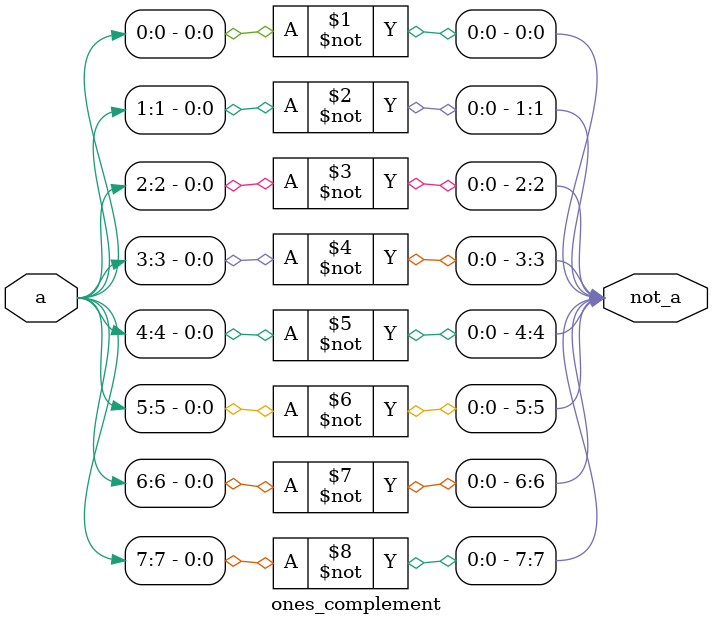
<source format=v>
`timescale 1ns/1ps

module ones_complement(
    input [7:0] a,
    output [7:0] not_a
);
    genvar i;
    generate
        for (i = 0; i < 8; i = i + 1) begin : gen_complement
            not (not_a[i], a[i]);
        end
    endgenerate

endmodule
</source>
